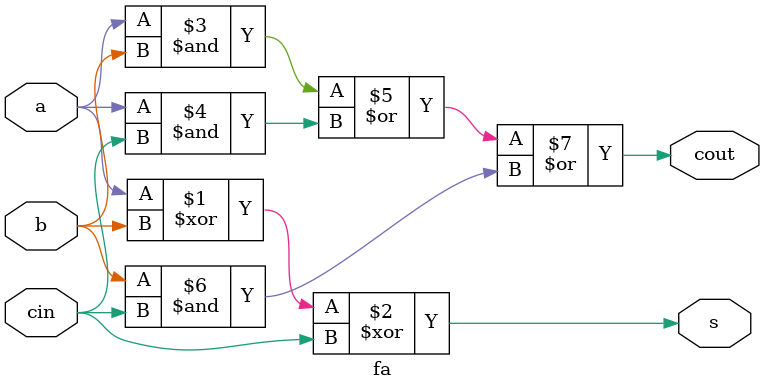
<source format=v>
module q5(x0,x1,x2,x3,y0,y1,y2,y3,cin,s0,s1,s2,s3);
	input x0,x1,x2,x3,y0,y1,y2,y3,cin;
	output s0,s1,s2,s3;
	
	fbAdd stage0(x0,x1,x2,x3,y0,y1,y2,y3,cin,st0,st1,st2,st3,cout);
	and (t1,st3,st2);
	and (t2,st3,st1);
	or (co,cout,t1,t2);
	//assign k={1'b0,co,co,1'b0};
	fbAdd stage1(st0,st1,st2,st3,1'b0,co,co,1'b0,1'b0,s0,s1,s2,s3,c);	
	
endmodule

module fbAdd(x0,x1,x2,x3,y0,y1,y2,y3,cin,s0,s1,s2,s3,cout);
	input x0,x1,x2,x3,y0,y1,y2,y3,cin;
	output s0,s1,s2,s3,cout;
	
	fa stage0(x0,y0,cin,s0,c1);
	fa stage1(x1,y1,c1,s1,c2);
	fa stage2(x2,y2,c2,s2,c3);
	fa stage3(x3,y3,c3,s3,cout);
	
endmodule

module fa(a,b,cin,s,cout);
	input a,b,cin;
	output s,cout;
	
	assign s = a ^ b ^ cin;
	assign cout = (a & b) | (a & cin) | (b & cin);

endmodule
</source>
